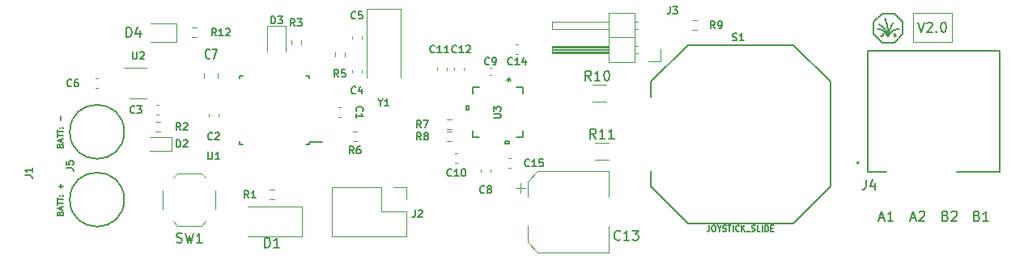
<source format=gbr>
%TF.GenerationSoftware,KiCad,Pcbnew,5.1.8-db9833491~88~ubuntu20.04.1*%
%TF.CreationDate,2020-12-21T09:27:26-06:00*%
%TF.ProjectId,main,6d61696e-2e6b-4696-9361-645f70636258,rev?*%
%TF.SameCoordinates,Original*%
%TF.FileFunction,Legend,Top*%
%TF.FilePolarity,Positive*%
%FSLAX46Y46*%
G04 Gerber Fmt 4.6, Leading zero omitted, Abs format (unit mm)*
G04 Created by KiCad (PCBNEW 5.1.8-db9833491~88~ubuntu20.04.1) date 2020-12-21 09:27:26*
%MOMM*%
%LPD*%
G01*
G04 APERTURE LIST*
%ADD10C,0.120000*%
%ADD11C,0.135000*%
%ADD12C,0.150000*%
%ADD13C,0.127000*%
%ADD14C,0.200000*%
%ADD15C,0.203200*%
%ADD16C,0.152400*%
G04 APERTURE END LIST*
D10*
X108458000Y-18288000D02*
X108458000Y-15240000D01*
X112522000Y-18288000D02*
X108458000Y-18288000D01*
X112522000Y-15240000D02*
X112522000Y-18288000D01*
X108458000Y-15240000D02*
X112522000Y-15240000D01*
D11*
X106682281Y-17666825D02*
X106566904Y-17501204D01*
X106080630Y-17336255D02*
X105994501Y-17455076D01*
X105994501Y-17455076D02*
X105915641Y-17578067D01*
X105915641Y-17578067D02*
X105864952Y-17661143D01*
X106395982Y-17047608D02*
X106276748Y-17132300D01*
X106276748Y-17132300D02*
X106168786Y-17233815D01*
X106168786Y-17233815D02*
X106080630Y-17336255D01*
X106998879Y-16863524D02*
X106859954Y-16889673D01*
X106859954Y-16889673D02*
X106723152Y-16920080D01*
X106723152Y-16920080D02*
X106590596Y-16959002D01*
X106590596Y-16959002D02*
X106464410Y-17010696D01*
X106464410Y-17010696D02*
X106395982Y-17047608D01*
X105970403Y-17174191D02*
X105937398Y-17311037D01*
X105937398Y-17311037D02*
X105908318Y-17448480D01*
X105908318Y-17448480D02*
X105881628Y-17586288D01*
X105881628Y-17586288D02*
X105867268Y-17662919D01*
X106149850Y-16688929D02*
X106087815Y-16820201D01*
X106087815Y-16820201D02*
X106035644Y-16956359D01*
X106035644Y-16956359D02*
X105991769Y-17095841D01*
X105991769Y-17095841D02*
X105970403Y-17174191D01*
X106480363Y-16210535D02*
X106390605Y-16326111D01*
X106390605Y-16326111D02*
X106303700Y-16443295D01*
X106303700Y-16443295D02*
X106222497Y-16563698D01*
X106222497Y-16563698D02*
X106149850Y-16688929D01*
X105716255Y-16355129D02*
X105671388Y-16208793D01*
X105671388Y-16208793D02*
X105621587Y-16064049D01*
X105621587Y-16064049D02*
X105568497Y-15920367D01*
X105568497Y-15920367D02*
X105513763Y-15777215D01*
X105832582Y-16979821D02*
X105817036Y-16841573D01*
X105817036Y-16841573D02*
X105795908Y-16703949D01*
X105795908Y-16703949D02*
X105769241Y-16567264D01*
X105769241Y-16567264D02*
X105737081Y-16431833D01*
X105737081Y-16431833D02*
X105716255Y-16355129D01*
X105850072Y-17658168D02*
X105850901Y-17509525D01*
X105850901Y-17509525D02*
X105850326Y-17360960D01*
X105850326Y-17360960D02*
X105846944Y-17212547D01*
X105846944Y-17212547D02*
X105839351Y-17064364D01*
X105839351Y-17064364D02*
X105832582Y-16979821D01*
X105660574Y-17141677D02*
X105715423Y-17268325D01*
X105715423Y-17268325D02*
X105763865Y-17397095D01*
X105763865Y-17397095D02*
X105808036Y-17527278D01*
X105808036Y-17527278D02*
X105850072Y-17658168D01*
X105365492Y-16702759D02*
X105463317Y-16814264D01*
X105463317Y-16814264D02*
X105549122Y-16936650D01*
X105549122Y-16936650D02*
X105623700Y-17066955D01*
X105623700Y-17066955D02*
X105660574Y-17141677D01*
X104918524Y-16375430D02*
X105037209Y-16449759D01*
X105037209Y-16449759D02*
X105153118Y-16527090D01*
X105153118Y-16527090D02*
X105263471Y-16610423D01*
X105263471Y-16610423D02*
X105365492Y-16702759D01*
X105523768Y-17244736D02*
X105621480Y-17358383D01*
X105621480Y-17358383D02*
X105712387Y-17475811D01*
X105712387Y-17475811D02*
X105799151Y-17595539D01*
X105799151Y-17595539D02*
X105846544Y-17662505D01*
X105154904Y-16961711D02*
X105281250Y-17030261D01*
X105281250Y-17030261D02*
X105397304Y-17119798D01*
X105397304Y-17119798D02*
X105503623Y-17223071D01*
X105503623Y-17223071D02*
X105523768Y-17244736D01*
X104714332Y-16879634D02*
X104856861Y-16892657D01*
X104856861Y-16892657D02*
X104996241Y-16913879D01*
X104996241Y-16913879D02*
X105129321Y-16951498D01*
X105129321Y-16951498D02*
X105154904Y-16961711D01*
X106502209Y-17565371D02*
X106666261Y-17401845D01*
X106502209Y-17292678D02*
X106502212Y-17666825D01*
X105126448Y-17592407D02*
X105125026Y-17583497D01*
X105128770Y-17600867D02*
X105126448Y-17592407D01*
X105131839Y-17609105D02*
X105128770Y-17600867D01*
X105135808Y-17616890D02*
X105131839Y-17609105D01*
X105140524Y-17624228D02*
X105135808Y-17616890D01*
X105145765Y-17630969D02*
X105140524Y-17624228D01*
X105151531Y-17637182D02*
X105145765Y-17630969D01*
X105157822Y-17642799D02*
X105151531Y-17637182D01*
X105164635Y-17647739D02*
X105157822Y-17642799D01*
X105171898Y-17652080D02*
X105164635Y-17647739D01*
X105179533Y-17655752D02*
X105171898Y-17652080D01*
X105187621Y-17658818D02*
X105179533Y-17655752D01*
X105196006Y-17661152D02*
X105187621Y-17658818D01*
X105204541Y-17662484D02*
X105196006Y-17661152D01*
X105213301Y-17663084D02*
X105204541Y-17662484D01*
X105222286Y-17662718D02*
X105213301Y-17663084D01*
X105222286Y-17662718D02*
X105222286Y-17662718D01*
X105231196Y-17661518D02*
X105222286Y-17662718D01*
X105239734Y-17659484D02*
X105231196Y-17661518D01*
X105247969Y-17656718D02*
X105239734Y-17659484D01*
X105255907Y-17653124D02*
X105247969Y-17656718D01*
X105263467Y-17648856D02*
X105255907Y-17653124D01*
X105270430Y-17643914D02*
X105263467Y-17648856D01*
X105276946Y-17638524D02*
X105270430Y-17643914D01*
X105282859Y-17632457D02*
X105276946Y-17638524D01*
X105288175Y-17625869D02*
X105282859Y-17632457D01*
X105292894Y-17618753D02*
X105288175Y-17625869D01*
X105296863Y-17611193D02*
X105292894Y-17618753D01*
X105300154Y-17603180D02*
X105296863Y-17611193D01*
X105302776Y-17594798D02*
X105300154Y-17603180D01*
X105304498Y-17586260D02*
X105302776Y-17594798D01*
X105305473Y-17577500D02*
X105304498Y-17586260D01*
X105305605Y-17568515D02*
X105305473Y-17577500D01*
X105305605Y-17568515D02*
X105305605Y-17568515D01*
X105305602Y-17292156D02*
X105305605Y-17568515D01*
X105305620Y-17292161D02*
X105305602Y-17292156D01*
X104317411Y-16159325D02*
X104317411Y-17434169D01*
X105218863Y-15257876D02*
X104317411Y-16159325D01*
X106493704Y-15257876D02*
X105218863Y-15257876D01*
X107395156Y-16159325D02*
X106493704Y-15257876D01*
X107395156Y-17434169D02*
X107395156Y-16159325D01*
X106493704Y-18335618D02*
X107395156Y-17434169D01*
X105218863Y-18335618D02*
X106493704Y-18335618D01*
X104317411Y-17434169D02*
X105218863Y-18335618D01*
D12*
X108966190Y-16216380D02*
X109299523Y-17216380D01*
X109632857Y-16216380D01*
X109918571Y-16311619D02*
X109966190Y-16264000D01*
X110061428Y-16216380D01*
X110299523Y-16216380D01*
X110394761Y-16264000D01*
X110442380Y-16311619D01*
X110490000Y-16406857D01*
X110490000Y-16502095D01*
X110442380Y-16644952D01*
X109870952Y-17216380D01*
X110490000Y-17216380D01*
X110918571Y-17121142D02*
X110966190Y-17168761D01*
X110918571Y-17216380D01*
X110870952Y-17168761D01*
X110918571Y-17121142D01*
X110918571Y-17216380D01*
X111585238Y-16216380D02*
X111680476Y-16216380D01*
X111775714Y-16264000D01*
X111823333Y-16311619D01*
X111870952Y-16406857D01*
X111918571Y-16597333D01*
X111918571Y-16835428D01*
X111870952Y-17025904D01*
X111823333Y-17121142D01*
X111775714Y-17168761D01*
X111680476Y-17216380D01*
X111585238Y-17216380D01*
X111490000Y-17168761D01*
X111442380Y-17121142D01*
X111394761Y-17025904D01*
X111347142Y-16835428D01*
X111347142Y-16597333D01*
X111394761Y-16406857D01*
X111442380Y-16311619D01*
X111490000Y-16264000D01*
X111585238Y-16216380D01*
X115165238Y-36504571D02*
X115308095Y-36552190D01*
X115355714Y-36599809D01*
X115403333Y-36695047D01*
X115403333Y-36837904D01*
X115355714Y-36933142D01*
X115308095Y-36980761D01*
X115212857Y-37028380D01*
X114831904Y-37028380D01*
X114831904Y-36028380D01*
X115165238Y-36028380D01*
X115260476Y-36076000D01*
X115308095Y-36123619D01*
X115355714Y-36218857D01*
X115355714Y-36314095D01*
X115308095Y-36409333D01*
X115260476Y-36456952D01*
X115165238Y-36504571D01*
X114831904Y-36504571D01*
X116355714Y-37028380D02*
X115784285Y-37028380D01*
X116070000Y-37028380D02*
X116070000Y-36028380D01*
X115974761Y-36171238D01*
X115879523Y-36266476D01*
X115784285Y-36314095D01*
X111863238Y-36504571D02*
X112006095Y-36552190D01*
X112053714Y-36599809D01*
X112101333Y-36695047D01*
X112101333Y-36837904D01*
X112053714Y-36933142D01*
X112006095Y-36980761D01*
X111910857Y-37028380D01*
X111529904Y-37028380D01*
X111529904Y-36028380D01*
X111863238Y-36028380D01*
X111958476Y-36076000D01*
X112006095Y-36123619D01*
X112053714Y-36218857D01*
X112053714Y-36314095D01*
X112006095Y-36409333D01*
X111958476Y-36456952D01*
X111863238Y-36504571D01*
X111529904Y-36504571D01*
X112482285Y-36123619D02*
X112529904Y-36076000D01*
X112625142Y-36028380D01*
X112863238Y-36028380D01*
X112958476Y-36076000D01*
X113006095Y-36123619D01*
X113053714Y-36218857D01*
X113053714Y-36314095D01*
X113006095Y-36456952D01*
X112434666Y-37028380D01*
X113053714Y-37028380D01*
X108251714Y-36742666D02*
X108727904Y-36742666D01*
X108156476Y-37028380D02*
X108489809Y-36028380D01*
X108823142Y-37028380D01*
X109108857Y-36123619D02*
X109156476Y-36076000D01*
X109251714Y-36028380D01*
X109489809Y-36028380D01*
X109585047Y-36076000D01*
X109632666Y-36123619D01*
X109680285Y-36218857D01*
X109680285Y-36314095D01*
X109632666Y-36456952D01*
X109061238Y-37028380D01*
X109680285Y-37028380D01*
X104949714Y-36742666D02*
X105425904Y-36742666D01*
X104854476Y-37028380D02*
X105187809Y-36028380D01*
X105521142Y-37028380D01*
X106378285Y-37028380D02*
X105806857Y-37028380D01*
X106092571Y-37028380D02*
X106092571Y-36028380D01*
X105997333Y-36171238D01*
X105902095Y-36266476D01*
X105806857Y-36314095D01*
D10*
%TO.C,SW1*%
X31516000Y-32048000D02*
X34016000Y-32048000D01*
X30016000Y-33798000D02*
X30016000Y-35798000D01*
X31516000Y-37548000D02*
X34016000Y-37548000D01*
X35516000Y-33798000D02*
X35516000Y-35798000D01*
X31066000Y-32498000D02*
X31516000Y-32048000D01*
X34466000Y-32498000D02*
X34016000Y-32048000D01*
X34466000Y-37098000D02*
X34016000Y-37548000D01*
X31066000Y-37098000D02*
X31516000Y-37548000D01*
%TO.C,R11*%
X76673064Y-28808000D02*
X75218936Y-28808000D01*
X76673064Y-30628000D02*
X75218936Y-30628000D01*
%TO.C,R10*%
X76419064Y-22712000D02*
X74964936Y-22712000D01*
X76419064Y-24532000D02*
X74964936Y-24532000D01*
%TO.C,C13*%
X67390000Y-33058000D02*
X67390000Y-34058000D01*
X66890000Y-33558000D02*
X67890000Y-33558000D01*
X68130000Y-39263563D02*
X69194437Y-40328000D01*
X68130000Y-32872437D02*
X69194437Y-31808000D01*
X68130000Y-32872437D02*
X68130000Y-34558000D01*
X68130000Y-39263563D02*
X68130000Y-37578000D01*
X69194437Y-40328000D02*
X76650000Y-40328000D01*
X69194437Y-31808000D02*
X76650000Y-31808000D01*
X76650000Y-31808000D02*
X76650000Y-34558000D01*
X76650000Y-40328000D02*
X76650000Y-37578000D01*
%TO.C,C9*%
X64369836Y-20976000D02*
X64154164Y-20976000D01*
X64369836Y-21696000D02*
X64154164Y-21696000D01*
%TO.C,C7*%
X35787000Y-22105252D02*
X35787000Y-21582748D01*
X34317000Y-22105252D02*
X34317000Y-21582748D01*
D13*
%TO.C,J4*%
X117496000Y-19166000D02*
X117496000Y-31926000D01*
D14*
X102796000Y-30936000D02*
G75*
G03*
X102796000Y-30936000I-100000J0D01*
G01*
D13*
X103696000Y-31926000D02*
X103696000Y-19166000D01*
X117496000Y-31926000D02*
X113021000Y-31926000D01*
X103696000Y-19166000D02*
X117496000Y-19166000D01*
X105651000Y-31926000D02*
X103696000Y-31926000D01*
D10*
%TO.C,D4*%
X31403000Y-16312000D02*
X28718000Y-16312000D01*
X31403000Y-18232000D02*
X31403000Y-16312000D01*
X28718000Y-18232000D02*
X31403000Y-18232000D01*
%TO.C,D3*%
X40950000Y-16603000D02*
X40950000Y-19288000D01*
X42870000Y-16603000D02*
X40950000Y-16603000D01*
X42870000Y-19288000D02*
X42870000Y-16603000D01*
%TO.C,D1*%
X44587000Y-35499000D02*
X38902000Y-35499000D01*
X44587000Y-38669000D02*
X44587000Y-35499000D01*
X38902000Y-38669000D02*
X44587000Y-38669000D01*
%TO.C,Y1*%
X54886000Y-22004000D02*
X54886000Y-14754000D01*
X54886000Y-14754000D02*
X51286000Y-14754000D01*
X51286000Y-14754000D02*
X51286000Y-22004000D01*
D13*
%TO.C,J5*%
X25953720Y-27686000D02*
G75*
G03*
X25953720Y-27686000I-2839720J0D01*
G01*
%TO.C,J1*%
X25953720Y-34798000D02*
G75*
G03*
X25953720Y-34798000I-2839720J0D01*
G01*
D15*
%TO.C,S1*%
X99799140Y-33439100D02*
X99799140Y-22440900D01*
X95923100Y-18564860D02*
X84924900Y-18564860D01*
X95923100Y-18564860D02*
X99799140Y-22440900D01*
X95923100Y-37315140D02*
X84924900Y-37315140D01*
X95923100Y-37315140D02*
X99799140Y-33439100D01*
X81048860Y-22440900D02*
X84924900Y-18564860D01*
X81048860Y-33439100D02*
X84924900Y-37315140D01*
X81048860Y-24043640D02*
X81048860Y-22440900D01*
X81048860Y-33439100D02*
X81048860Y-31836360D01*
D10*
%TO.C,R1*%
X41639258Y-34812500D02*
X41164742Y-34812500D01*
X41639258Y-33767500D02*
X41164742Y-33767500D01*
%TO.C,R12*%
X33511258Y-17794500D02*
X33036742Y-17794500D01*
X33511258Y-16749500D02*
X33036742Y-16749500D01*
%TO.C,D2*%
X28664000Y-29691000D02*
X30949000Y-29691000D01*
X30949000Y-29691000D02*
X30949000Y-28221000D01*
X30949000Y-28221000D02*
X28664000Y-28221000D01*
D16*
%TO.C,U3*%
X62395100Y-23025100D02*
X62395100Y-23694260D01*
X62395100Y-28282900D02*
X63064260Y-28282900D01*
X67652900Y-28282900D02*
X67652900Y-27613740D01*
X67652900Y-23025100D02*
X66983740Y-23025100D01*
X63064260Y-23025100D02*
X62395100Y-23025100D01*
X62395100Y-27613740D02*
X62395100Y-28282900D01*
X66983740Y-28282900D02*
X67652900Y-28282900D01*
X67652900Y-23694260D02*
X67652900Y-23025100D01*
X61963300Y-24963501D02*
X61709300Y-24963501D01*
X61709300Y-24963501D02*
X61709300Y-25344501D01*
X61709300Y-25344501D02*
X61963300Y-25344501D01*
X61963300Y-25344501D02*
X61963300Y-24963501D01*
X66214501Y-28968700D02*
X65833501Y-28968700D01*
X65833501Y-28968700D02*
X65833501Y-28714700D01*
X65833501Y-28714700D02*
X66214501Y-28714700D01*
X66214501Y-28714700D02*
X66214501Y-28968700D01*
D10*
%TO.C,U2*%
X26532000Y-24216000D02*
X28332000Y-24216000D01*
X28332000Y-20996000D02*
X25882000Y-20996000D01*
D12*
%TO.C,U1*%
X45281000Y-29025000D02*
X45281000Y-28800000D01*
X38031000Y-29025000D02*
X38031000Y-28700000D01*
X38031000Y-21775000D02*
X38031000Y-22100000D01*
X45281000Y-21775000D02*
X45281000Y-22100000D01*
X45281000Y-29025000D02*
X44956000Y-29025000D01*
X45281000Y-21775000D02*
X44956000Y-21775000D01*
X38031000Y-21775000D02*
X38356000Y-21775000D01*
X38031000Y-29025000D02*
X38356000Y-29025000D01*
X45281000Y-28800000D02*
X46706000Y-28800000D01*
D10*
%TO.C,R9*%
X85360742Y-15987500D02*
X85835258Y-15987500D01*
X85360742Y-17032500D02*
X85835258Y-17032500D01*
%TO.C,R8*%
X60181258Y-28716500D02*
X59706742Y-28716500D01*
X60181258Y-27671500D02*
X59706742Y-27671500D01*
%TO.C,R7*%
X59706742Y-26401500D02*
X60181258Y-26401500D01*
X59706742Y-27446500D02*
X60181258Y-27446500D01*
%TO.C,R6*%
X50338258Y-28716500D02*
X49863742Y-28716500D01*
X50338258Y-27671500D02*
X49863742Y-27671500D01*
%TO.C,R5*%
X47991500Y-19795258D02*
X47991500Y-19320742D01*
X49036500Y-19795258D02*
X49036500Y-19320742D01*
%TO.C,R3*%
X43419500Y-18525258D02*
X43419500Y-18050742D01*
X44464500Y-18525258D02*
X44464500Y-18050742D01*
%TO.C,R2*%
X29226742Y-26655500D02*
X29701258Y-26655500D01*
X29226742Y-27700500D02*
X29701258Y-27700500D01*
%TO.C,J3*%
X79332000Y-20380000D02*
X79332000Y-15180000D01*
X79332000Y-15180000D02*
X76672000Y-15180000D01*
X76672000Y-15180000D02*
X76672000Y-20380000D01*
X76672000Y-20380000D02*
X79332000Y-20380000D01*
X76672000Y-19430000D02*
X70672000Y-19430000D01*
X70672000Y-19430000D02*
X70672000Y-18670000D01*
X70672000Y-18670000D02*
X76672000Y-18670000D01*
X76672000Y-19370000D02*
X70672000Y-19370000D01*
X76672000Y-19250000D02*
X70672000Y-19250000D01*
X76672000Y-19130000D02*
X70672000Y-19130000D01*
X76672000Y-19010000D02*
X70672000Y-19010000D01*
X76672000Y-18890000D02*
X70672000Y-18890000D01*
X76672000Y-18770000D02*
X70672000Y-18770000D01*
X79662000Y-19430000D02*
X79332000Y-19430000D01*
X79662000Y-18670000D02*
X79332000Y-18670000D01*
X79332000Y-17780000D02*
X76672000Y-17780000D01*
X76672000Y-16890000D02*
X70672000Y-16890000D01*
X70672000Y-16890000D02*
X70672000Y-16130000D01*
X70672000Y-16130000D02*
X76672000Y-16130000D01*
X79729071Y-16890000D02*
X79332000Y-16890000D01*
X79729071Y-16130000D02*
X79332000Y-16130000D01*
X82042000Y-19050000D02*
X82042000Y-20320000D01*
X82042000Y-20320000D02*
X80772000Y-20320000D01*
%TO.C,J2*%
X47692000Y-33468000D02*
X47692000Y-38668000D01*
X52832000Y-33468000D02*
X47692000Y-33468000D01*
X55432000Y-38668000D02*
X47692000Y-38668000D01*
X52832000Y-33468000D02*
X52832000Y-36068000D01*
X52832000Y-36068000D02*
X55432000Y-36068000D01*
X55432000Y-36068000D02*
X55432000Y-38668000D01*
X54102000Y-33468000D02*
X55432000Y-33468000D01*
X55432000Y-33468000D02*
X55432000Y-34798000D01*
%TO.C,C15*%
X66434580Y-31498000D02*
X66153420Y-31498000D01*
X66434580Y-30478000D02*
X66153420Y-30478000D01*
%TO.C,C14*%
X66915420Y-18540000D02*
X67196580Y-18540000D01*
X66915420Y-19560000D02*
X67196580Y-19560000D01*
%TO.C,C12*%
X61470000Y-20941420D02*
X61470000Y-21222580D01*
X60450000Y-20941420D02*
X60450000Y-21222580D01*
%TO.C,C11*%
X58672000Y-21222580D02*
X58672000Y-20941420D01*
X59692000Y-21222580D02*
X59692000Y-20941420D01*
%TO.C,C10*%
X60846580Y-30990000D02*
X60565420Y-30990000D01*
X60846580Y-29970000D02*
X60565420Y-29970000D01*
%TO.C,C8*%
X64264000Y-31609420D02*
X64264000Y-31890580D01*
X63244000Y-31609420D02*
X63244000Y-31890580D01*
%TO.C,C6*%
X22973420Y-22096000D02*
X23254580Y-22096000D01*
X22973420Y-23116000D02*
X23254580Y-23116000D01*
%TO.C,C5*%
X49782000Y-17920580D02*
X49782000Y-17639420D01*
X50802000Y-17920580D02*
X50802000Y-17639420D01*
%TO.C,C4*%
X50802000Y-21195420D02*
X50802000Y-21476580D01*
X49782000Y-21195420D02*
X49782000Y-21476580D01*
%TO.C,C3*%
X29323420Y-24890000D02*
X29604580Y-24890000D01*
X29323420Y-25910000D02*
X29604580Y-25910000D01*
%TO.C,C2*%
X35816000Y-25767420D02*
X35816000Y-26048580D01*
X34796000Y-25767420D02*
X34796000Y-26048580D01*
%TO.C,C1*%
X48373420Y-25144000D02*
X48654580Y-25144000D01*
X48373420Y-26164000D02*
X48654580Y-26164000D01*
%TO.C,SW1*%
D12*
X31432666Y-39266761D02*
X31575523Y-39314380D01*
X31813619Y-39314380D01*
X31908857Y-39266761D01*
X31956476Y-39219142D01*
X32004095Y-39123904D01*
X32004095Y-39028666D01*
X31956476Y-38933428D01*
X31908857Y-38885809D01*
X31813619Y-38838190D01*
X31623142Y-38790571D01*
X31527904Y-38742952D01*
X31480285Y-38695333D01*
X31432666Y-38600095D01*
X31432666Y-38504857D01*
X31480285Y-38409619D01*
X31527904Y-38362000D01*
X31623142Y-38314380D01*
X31861238Y-38314380D01*
X32004095Y-38362000D01*
X32337428Y-38314380D02*
X32575523Y-39314380D01*
X32766000Y-38600095D01*
X32956476Y-39314380D01*
X33194571Y-38314380D01*
X34099333Y-39314380D02*
X33527904Y-39314380D01*
X33813619Y-39314380D02*
X33813619Y-38314380D01*
X33718380Y-38457238D01*
X33623142Y-38552476D01*
X33527904Y-38600095D01*
%TO.C,R11*%
X75303142Y-28392380D02*
X74969809Y-27916190D01*
X74731714Y-28392380D02*
X74731714Y-27392380D01*
X75112666Y-27392380D01*
X75207904Y-27440000D01*
X75255523Y-27487619D01*
X75303142Y-27582857D01*
X75303142Y-27725714D01*
X75255523Y-27820952D01*
X75207904Y-27868571D01*
X75112666Y-27916190D01*
X74731714Y-27916190D01*
X76255523Y-28392380D02*
X75684095Y-28392380D01*
X75969809Y-28392380D02*
X75969809Y-27392380D01*
X75874571Y-27535238D01*
X75779333Y-27630476D01*
X75684095Y-27678095D01*
X77207904Y-28392380D02*
X76636476Y-28392380D01*
X76922190Y-28392380D02*
X76922190Y-27392380D01*
X76826952Y-27535238D01*
X76731714Y-27630476D01*
X76636476Y-27678095D01*
%TO.C,R10*%
X74795142Y-22296380D02*
X74461809Y-21820190D01*
X74223714Y-22296380D02*
X74223714Y-21296380D01*
X74604666Y-21296380D01*
X74699904Y-21344000D01*
X74747523Y-21391619D01*
X74795142Y-21486857D01*
X74795142Y-21629714D01*
X74747523Y-21724952D01*
X74699904Y-21772571D01*
X74604666Y-21820190D01*
X74223714Y-21820190D01*
X75747523Y-22296380D02*
X75176095Y-22296380D01*
X75461809Y-22296380D02*
X75461809Y-21296380D01*
X75366571Y-21439238D01*
X75271333Y-21534476D01*
X75176095Y-21582095D01*
X76366571Y-21296380D02*
X76461809Y-21296380D01*
X76557047Y-21344000D01*
X76604666Y-21391619D01*
X76652285Y-21486857D01*
X76699904Y-21677333D01*
X76699904Y-21915428D01*
X76652285Y-22105904D01*
X76604666Y-22201142D01*
X76557047Y-22248761D01*
X76461809Y-22296380D01*
X76366571Y-22296380D01*
X76271333Y-22248761D01*
X76223714Y-22201142D01*
X76176095Y-22105904D01*
X76128476Y-21915428D01*
X76128476Y-21677333D01*
X76176095Y-21486857D01*
X76223714Y-21391619D01*
X76271333Y-21344000D01*
X76366571Y-21296380D01*
%TO.C,C13*%
X77843142Y-38965142D02*
X77795523Y-39012761D01*
X77652666Y-39060380D01*
X77557428Y-39060380D01*
X77414571Y-39012761D01*
X77319333Y-38917523D01*
X77271714Y-38822285D01*
X77224095Y-38631809D01*
X77224095Y-38488952D01*
X77271714Y-38298476D01*
X77319333Y-38203238D01*
X77414571Y-38108000D01*
X77557428Y-38060380D01*
X77652666Y-38060380D01*
X77795523Y-38108000D01*
X77843142Y-38155619D01*
X78795523Y-39060380D02*
X78224095Y-39060380D01*
X78509809Y-39060380D02*
X78509809Y-38060380D01*
X78414571Y-38203238D01*
X78319333Y-38298476D01*
X78224095Y-38346095D01*
X79128857Y-38060380D02*
X79747904Y-38060380D01*
X79414571Y-38441333D01*
X79557428Y-38441333D01*
X79652666Y-38488952D01*
X79700285Y-38536571D01*
X79747904Y-38631809D01*
X79747904Y-38869904D01*
X79700285Y-38965142D01*
X79652666Y-39012761D01*
X79557428Y-39060380D01*
X79271714Y-39060380D01*
X79176476Y-39012761D01*
X79128857Y-38965142D01*
%TO.C,C9*%
X64135000Y-20592142D02*
X64098714Y-20628428D01*
X63989857Y-20664714D01*
X63917285Y-20664714D01*
X63808428Y-20628428D01*
X63735857Y-20555857D01*
X63699571Y-20483285D01*
X63663285Y-20338142D01*
X63663285Y-20229285D01*
X63699571Y-20084142D01*
X63735857Y-20011571D01*
X63808428Y-19939000D01*
X63917285Y-19902714D01*
X63989857Y-19902714D01*
X64098714Y-19939000D01*
X64135000Y-19975285D01*
X64497857Y-20664714D02*
X64643000Y-20664714D01*
X64715571Y-20628428D01*
X64751857Y-20592142D01*
X64824428Y-20483285D01*
X64860714Y-20338142D01*
X64860714Y-20047857D01*
X64824428Y-19975285D01*
X64788142Y-19939000D01*
X64715571Y-19902714D01*
X64570428Y-19902714D01*
X64497857Y-19939000D01*
X64461571Y-19975285D01*
X64425285Y-20047857D01*
X64425285Y-20229285D01*
X64461571Y-20301857D01*
X64497857Y-20338142D01*
X64570428Y-20374428D01*
X64715571Y-20374428D01*
X64788142Y-20338142D01*
X64824428Y-20301857D01*
X64860714Y-20229285D01*
%TO.C,C7*%
X34925000Y-19911785D02*
X34888714Y-19958957D01*
X34779857Y-20006128D01*
X34707285Y-20006128D01*
X34598428Y-19958957D01*
X34525857Y-19864614D01*
X34489571Y-19770271D01*
X34453285Y-19581585D01*
X34453285Y-19440071D01*
X34489571Y-19251385D01*
X34525857Y-19157042D01*
X34598428Y-19062700D01*
X34707285Y-19015528D01*
X34779857Y-19015528D01*
X34888714Y-19062700D01*
X34925000Y-19109871D01*
X35179000Y-19015528D02*
X35687000Y-19015528D01*
X35360428Y-20006128D01*
%TO.C,J4*%
X103552666Y-32726380D02*
X103552666Y-33440666D01*
X103505047Y-33583523D01*
X103409809Y-33678761D01*
X103266952Y-33726380D01*
X103171714Y-33726380D01*
X104457428Y-33059714D02*
X104457428Y-33726380D01*
X104219333Y-32678761D02*
X103981238Y-33393047D01*
X104600285Y-33393047D01*
%TO.C,D4*%
X26185904Y-17724380D02*
X26185904Y-16724380D01*
X26424000Y-16724380D01*
X26566857Y-16772000D01*
X26662095Y-16867238D01*
X26709714Y-16962476D01*
X26757333Y-17152952D01*
X26757333Y-17295809D01*
X26709714Y-17486285D01*
X26662095Y-17581523D01*
X26566857Y-17676761D01*
X26424000Y-17724380D01*
X26185904Y-17724380D01*
X27614476Y-17057714D02*
X27614476Y-17724380D01*
X27376380Y-16676761D02*
X27138285Y-17391047D01*
X27757333Y-17391047D01*
%TO.C,D3*%
X41347571Y-16346714D02*
X41347571Y-15584714D01*
X41529000Y-15584714D01*
X41637857Y-15621000D01*
X41710428Y-15693571D01*
X41746714Y-15766142D01*
X41783000Y-15911285D01*
X41783000Y-16020142D01*
X41746714Y-16165285D01*
X41710428Y-16237857D01*
X41637857Y-16310428D01*
X41529000Y-16346714D01*
X41347571Y-16346714D01*
X42037000Y-15584714D02*
X42508714Y-15584714D01*
X42254714Y-15875000D01*
X42363571Y-15875000D01*
X42436142Y-15911285D01*
X42472428Y-15947571D01*
X42508714Y-16020142D01*
X42508714Y-16201571D01*
X42472428Y-16274142D01*
X42436142Y-16310428D01*
X42363571Y-16346714D01*
X42145857Y-16346714D01*
X42073285Y-16310428D01*
X42037000Y-16274142D01*
%TO.C,D1*%
X40663904Y-39816380D02*
X40663904Y-38816380D01*
X40902000Y-38816380D01*
X41044857Y-38864000D01*
X41140095Y-38959238D01*
X41187714Y-39054476D01*
X41235333Y-39244952D01*
X41235333Y-39387809D01*
X41187714Y-39578285D01*
X41140095Y-39673523D01*
X41044857Y-39768761D01*
X40902000Y-39816380D01*
X40663904Y-39816380D01*
X42187714Y-39816380D02*
X41616285Y-39816380D01*
X41902000Y-39816380D02*
X41902000Y-38816380D01*
X41806761Y-38959238D01*
X41711523Y-39054476D01*
X41616285Y-39102095D01*
%TO.C,Y1*%
D13*
X52723142Y-24619857D02*
X52723142Y-24982714D01*
X52469142Y-24220714D02*
X52723142Y-24619857D01*
X52977142Y-24220714D01*
X53630285Y-24982714D02*
X53194857Y-24982714D01*
X53412571Y-24982714D02*
X53412571Y-24220714D01*
X53340000Y-24329571D01*
X53267428Y-24402142D01*
X53194857Y-24438428D01*
%TO.C,J5*%
X19902714Y-31496000D02*
X20447000Y-31496000D01*
X20555857Y-31532285D01*
X20628428Y-31604857D01*
X20664714Y-31713714D01*
X20664714Y-31786285D01*
X19902714Y-30770285D02*
X19902714Y-31133142D01*
X20265571Y-31169428D01*
X20229285Y-31133142D01*
X20193000Y-31060571D01*
X20193000Y-30879142D01*
X20229285Y-30806571D01*
X20265571Y-30770285D01*
X20338142Y-30734000D01*
X20519571Y-30734000D01*
X20592142Y-30770285D01*
X20628428Y-30806571D01*
X20664714Y-30879142D01*
X20664714Y-31060571D01*
X20628428Y-31133142D01*
X20592142Y-31169428D01*
X19260457Y-29122914D02*
X19289485Y-29035828D01*
X19318514Y-29006800D01*
X19376571Y-28977771D01*
X19463657Y-28977771D01*
X19521714Y-29006800D01*
X19550742Y-29035828D01*
X19579771Y-29093885D01*
X19579771Y-29326114D01*
X18970171Y-29326114D01*
X18970171Y-29122914D01*
X18999200Y-29064857D01*
X19028228Y-29035828D01*
X19086285Y-29006800D01*
X19144342Y-29006800D01*
X19202400Y-29035828D01*
X19231428Y-29064857D01*
X19260457Y-29122914D01*
X19260457Y-29326114D01*
X19405600Y-28745542D02*
X19405600Y-28455257D01*
X19579771Y-28803600D02*
X18970171Y-28600400D01*
X19579771Y-28397200D01*
X18970171Y-28281085D02*
X18970171Y-27932742D01*
X19579771Y-28106914D02*
X18970171Y-28106914D01*
X18970171Y-27816628D02*
X18970171Y-27468285D01*
X19579771Y-27642457D02*
X18970171Y-27642457D01*
X19521714Y-27265085D02*
X19550742Y-27236057D01*
X19579771Y-27265085D01*
X19550742Y-27294114D01*
X19521714Y-27265085D01*
X19579771Y-27265085D01*
X19202400Y-27265085D02*
X19231428Y-27236057D01*
X19260457Y-27265085D01*
X19231428Y-27294114D01*
X19202400Y-27265085D01*
X19260457Y-27265085D01*
X19347542Y-26510342D02*
X19347542Y-26045885D01*
%TO.C,J1*%
X15584714Y-32258000D02*
X16129000Y-32258000D01*
X16237857Y-32294285D01*
X16310428Y-32366857D01*
X16346714Y-32475714D01*
X16346714Y-32548285D01*
X16346714Y-31496000D02*
X16346714Y-31931428D01*
X16346714Y-31713714D02*
X15584714Y-31713714D01*
X15693571Y-31786285D01*
X15766142Y-31858857D01*
X15802428Y-31931428D01*
X19260457Y-36234914D02*
X19289485Y-36147828D01*
X19318514Y-36118800D01*
X19376571Y-36089771D01*
X19463657Y-36089771D01*
X19521714Y-36118800D01*
X19550742Y-36147828D01*
X19579771Y-36205885D01*
X19579771Y-36438114D01*
X18970171Y-36438114D01*
X18970171Y-36234914D01*
X18999200Y-36176857D01*
X19028228Y-36147828D01*
X19086285Y-36118800D01*
X19144342Y-36118800D01*
X19202400Y-36147828D01*
X19231428Y-36176857D01*
X19260457Y-36234914D01*
X19260457Y-36438114D01*
X19405600Y-35857542D02*
X19405600Y-35567257D01*
X19579771Y-35915600D02*
X18970171Y-35712400D01*
X19579771Y-35509200D01*
X18970171Y-35393085D02*
X18970171Y-35044742D01*
X19579771Y-35218914D02*
X18970171Y-35218914D01*
X18970171Y-34928628D02*
X18970171Y-34580285D01*
X19579771Y-34754457D02*
X18970171Y-34754457D01*
X19521714Y-34377085D02*
X19550742Y-34348057D01*
X19579771Y-34377085D01*
X19550742Y-34406114D01*
X19521714Y-34377085D01*
X19579771Y-34377085D01*
X19202400Y-34377085D02*
X19231428Y-34348057D01*
X19260457Y-34377085D01*
X19231428Y-34406114D01*
X19202400Y-34377085D01*
X19260457Y-34377085D01*
X19347542Y-33622342D02*
X19347542Y-33157885D01*
X19579771Y-33390114D02*
X19115314Y-33390114D01*
%TO.C,S1*%
X89589428Y-18088428D02*
X89698285Y-18124714D01*
X89879714Y-18124714D01*
X89952285Y-18088428D01*
X89988571Y-18052142D01*
X90024857Y-17979571D01*
X90024857Y-17907000D01*
X89988571Y-17834428D01*
X89952285Y-17798142D01*
X89879714Y-17761857D01*
X89734571Y-17725571D01*
X89662000Y-17689285D01*
X89625714Y-17653000D01*
X89589428Y-17580428D01*
X89589428Y-17507857D01*
X89625714Y-17435285D01*
X89662000Y-17399000D01*
X89734571Y-17362714D01*
X89916000Y-17362714D01*
X90024857Y-17399000D01*
X90750571Y-18124714D02*
X90315142Y-18124714D01*
X90532857Y-18124714D02*
X90532857Y-17362714D01*
X90460285Y-17471571D01*
X90387714Y-17544142D01*
X90315142Y-17580428D01*
X87158285Y-37512171D02*
X87158285Y-37947600D01*
X87129257Y-38034685D01*
X87071200Y-38092742D01*
X86984114Y-38121771D01*
X86926057Y-38121771D01*
X87564685Y-37512171D02*
X87680800Y-37512171D01*
X87738857Y-37541200D01*
X87796914Y-37599257D01*
X87825942Y-37715371D01*
X87825942Y-37918571D01*
X87796914Y-38034685D01*
X87738857Y-38092742D01*
X87680800Y-38121771D01*
X87564685Y-38121771D01*
X87506628Y-38092742D01*
X87448571Y-38034685D01*
X87419542Y-37918571D01*
X87419542Y-37715371D01*
X87448571Y-37599257D01*
X87506628Y-37541200D01*
X87564685Y-37512171D01*
X88203314Y-37831485D02*
X88203314Y-38121771D01*
X88000114Y-37512171D02*
X88203314Y-37831485D01*
X88406514Y-37512171D01*
X88580685Y-38092742D02*
X88667771Y-38121771D01*
X88812914Y-38121771D01*
X88870971Y-38092742D01*
X88900000Y-38063714D01*
X88929028Y-38005657D01*
X88929028Y-37947600D01*
X88900000Y-37889542D01*
X88870971Y-37860514D01*
X88812914Y-37831485D01*
X88696800Y-37802457D01*
X88638742Y-37773428D01*
X88609714Y-37744400D01*
X88580685Y-37686342D01*
X88580685Y-37628285D01*
X88609714Y-37570228D01*
X88638742Y-37541200D01*
X88696800Y-37512171D01*
X88841942Y-37512171D01*
X88929028Y-37541200D01*
X89103200Y-37512171D02*
X89451542Y-37512171D01*
X89277371Y-38121771D02*
X89277371Y-37512171D01*
X89654742Y-38121771D02*
X89654742Y-37512171D01*
X90293371Y-38063714D02*
X90264342Y-38092742D01*
X90177257Y-38121771D01*
X90119200Y-38121771D01*
X90032114Y-38092742D01*
X89974057Y-38034685D01*
X89945028Y-37976628D01*
X89916000Y-37860514D01*
X89916000Y-37773428D01*
X89945028Y-37657314D01*
X89974057Y-37599257D01*
X90032114Y-37541200D01*
X90119200Y-37512171D01*
X90177257Y-37512171D01*
X90264342Y-37541200D01*
X90293371Y-37570228D01*
X90554628Y-38121771D02*
X90554628Y-37512171D01*
X90902971Y-38121771D02*
X90641714Y-37773428D01*
X90902971Y-37512171D02*
X90554628Y-37860514D01*
X91019085Y-38179828D02*
X91483542Y-38179828D01*
X91599657Y-38092742D02*
X91686742Y-38121771D01*
X91831885Y-38121771D01*
X91889942Y-38092742D01*
X91918971Y-38063714D01*
X91948000Y-38005657D01*
X91948000Y-37947600D01*
X91918971Y-37889542D01*
X91889942Y-37860514D01*
X91831885Y-37831485D01*
X91715771Y-37802457D01*
X91657714Y-37773428D01*
X91628685Y-37744400D01*
X91599657Y-37686342D01*
X91599657Y-37628285D01*
X91628685Y-37570228D01*
X91657714Y-37541200D01*
X91715771Y-37512171D01*
X91860914Y-37512171D01*
X91948000Y-37541200D01*
X92499542Y-38121771D02*
X92209257Y-38121771D01*
X92209257Y-37512171D01*
X92702742Y-38121771D02*
X92702742Y-37512171D01*
X92993028Y-38121771D02*
X92993028Y-37512171D01*
X93138171Y-37512171D01*
X93225257Y-37541200D01*
X93283314Y-37599257D01*
X93312342Y-37657314D01*
X93341371Y-37773428D01*
X93341371Y-37860514D01*
X93312342Y-37976628D01*
X93283314Y-38034685D01*
X93225257Y-38092742D01*
X93138171Y-38121771D01*
X92993028Y-38121771D01*
X93602628Y-37802457D02*
X93805828Y-37802457D01*
X93892914Y-38121771D02*
X93602628Y-38121771D01*
X93602628Y-37512171D01*
X93892914Y-37512171D01*
%TO.C,R1*%
X38989000Y-34634714D02*
X38735000Y-34271857D01*
X38553571Y-34634714D02*
X38553571Y-33872714D01*
X38843857Y-33872714D01*
X38916428Y-33909000D01*
X38952714Y-33945285D01*
X38989000Y-34017857D01*
X38989000Y-34126714D01*
X38952714Y-34199285D01*
X38916428Y-34235571D01*
X38843857Y-34271857D01*
X38553571Y-34271857D01*
X39714714Y-34634714D02*
X39279285Y-34634714D01*
X39497000Y-34634714D02*
X39497000Y-33872714D01*
X39424428Y-33981571D01*
X39351857Y-34054142D01*
X39279285Y-34090428D01*
%TO.C,R12*%
X35578142Y-17616714D02*
X35324142Y-17253857D01*
X35142714Y-17616714D02*
X35142714Y-16854714D01*
X35433000Y-16854714D01*
X35505571Y-16891000D01*
X35541857Y-16927285D01*
X35578142Y-16999857D01*
X35578142Y-17108714D01*
X35541857Y-17181285D01*
X35505571Y-17217571D01*
X35433000Y-17253857D01*
X35142714Y-17253857D01*
X36303857Y-17616714D02*
X35868428Y-17616714D01*
X36086142Y-17616714D02*
X36086142Y-16854714D01*
X36013571Y-16963571D01*
X35941000Y-17036142D01*
X35868428Y-17072428D01*
X36594142Y-16927285D02*
X36630428Y-16891000D01*
X36703000Y-16854714D01*
X36884428Y-16854714D01*
X36957000Y-16891000D01*
X36993285Y-16927285D01*
X37029571Y-16999857D01*
X37029571Y-17072428D01*
X36993285Y-17181285D01*
X36557857Y-17616714D01*
X37029571Y-17616714D01*
%TO.C,D2*%
X31441571Y-29300714D02*
X31441571Y-28538714D01*
X31623000Y-28538714D01*
X31731857Y-28575000D01*
X31804428Y-28647571D01*
X31840714Y-28720142D01*
X31877000Y-28865285D01*
X31877000Y-28974142D01*
X31840714Y-29119285D01*
X31804428Y-29191857D01*
X31731857Y-29264428D01*
X31623000Y-29300714D01*
X31441571Y-29300714D01*
X32167285Y-28611285D02*
X32203571Y-28575000D01*
X32276142Y-28538714D01*
X32457571Y-28538714D01*
X32530142Y-28575000D01*
X32566428Y-28611285D01*
X32602714Y-28683857D01*
X32602714Y-28756428D01*
X32566428Y-28865285D01*
X32131000Y-29300714D01*
X32602714Y-29300714D01*
%TO.C,U3*%
X64606714Y-26234571D02*
X65223571Y-26234571D01*
X65296142Y-26198285D01*
X65332428Y-26162000D01*
X65368714Y-26089428D01*
X65368714Y-25944285D01*
X65332428Y-25871714D01*
X65296142Y-25835428D01*
X65223571Y-25799142D01*
X64606714Y-25799142D01*
X64606714Y-25508857D02*
X64606714Y-25037142D01*
X64897000Y-25291142D01*
X64897000Y-25182285D01*
X64933285Y-25109714D01*
X64969571Y-25073428D01*
X65042142Y-25037142D01*
X65223571Y-25037142D01*
X65296142Y-25073428D01*
X65332428Y-25109714D01*
X65368714Y-25182285D01*
X65368714Y-25400000D01*
X65332428Y-25472571D01*
X65296142Y-25508857D01*
D12*
X65976380Y-22212300D02*
X66214476Y-22212300D01*
X66119238Y-22450395D02*
X66214476Y-22212300D01*
X66119238Y-21974204D01*
X66404952Y-22355157D02*
X66214476Y-22212300D01*
X66404952Y-22069442D01*
X65976380Y-22212300D02*
X66214476Y-22212300D01*
X66119238Y-22450395D02*
X66214476Y-22212300D01*
X66119238Y-21974204D01*
X66404952Y-22355157D02*
X66214476Y-22212300D01*
X66404952Y-22069442D01*
%TO.C,U2*%
D13*
X26851428Y-19288714D02*
X26851428Y-19905571D01*
X26887714Y-19978142D01*
X26924000Y-20014428D01*
X26996571Y-20050714D01*
X27141714Y-20050714D01*
X27214285Y-20014428D01*
X27250571Y-19978142D01*
X27286857Y-19905571D01*
X27286857Y-19288714D01*
X27613428Y-19361285D02*
X27649714Y-19325000D01*
X27722285Y-19288714D01*
X27903714Y-19288714D01*
X27976285Y-19325000D01*
X28012571Y-19361285D01*
X28048857Y-19433857D01*
X28048857Y-19506428D01*
X28012571Y-19615285D01*
X27577142Y-20050714D01*
X28048857Y-20050714D01*
%TO.C,U1*%
X34725428Y-29808714D02*
X34725428Y-30425571D01*
X34761714Y-30498142D01*
X34798000Y-30534428D01*
X34870571Y-30570714D01*
X35015714Y-30570714D01*
X35088285Y-30534428D01*
X35124571Y-30498142D01*
X35160857Y-30425571D01*
X35160857Y-29808714D01*
X35922857Y-30570714D02*
X35487428Y-30570714D01*
X35705142Y-30570714D02*
X35705142Y-29808714D01*
X35632571Y-29917571D01*
X35560000Y-29990142D01*
X35487428Y-30026428D01*
%TO.C,R9*%
X87757000Y-16854714D02*
X87503000Y-16491857D01*
X87321571Y-16854714D02*
X87321571Y-16092714D01*
X87611857Y-16092714D01*
X87684428Y-16129000D01*
X87720714Y-16165285D01*
X87757000Y-16237857D01*
X87757000Y-16346714D01*
X87720714Y-16419285D01*
X87684428Y-16455571D01*
X87611857Y-16491857D01*
X87321571Y-16491857D01*
X88119857Y-16854714D02*
X88265000Y-16854714D01*
X88337571Y-16818428D01*
X88373857Y-16782142D01*
X88446428Y-16673285D01*
X88482714Y-16528142D01*
X88482714Y-16237857D01*
X88446428Y-16165285D01*
X88410142Y-16129000D01*
X88337571Y-16092714D01*
X88192428Y-16092714D01*
X88119857Y-16129000D01*
X88083571Y-16165285D01*
X88047285Y-16237857D01*
X88047285Y-16419285D01*
X88083571Y-16491857D01*
X88119857Y-16528142D01*
X88192428Y-16564428D01*
X88337571Y-16564428D01*
X88410142Y-16528142D01*
X88446428Y-16491857D01*
X88482714Y-16419285D01*
%TO.C,R8*%
X57023000Y-28538714D02*
X56769000Y-28175857D01*
X56587571Y-28538714D02*
X56587571Y-27776714D01*
X56877857Y-27776714D01*
X56950428Y-27813000D01*
X56986714Y-27849285D01*
X57023000Y-27921857D01*
X57023000Y-28030714D01*
X56986714Y-28103285D01*
X56950428Y-28139571D01*
X56877857Y-28175857D01*
X56587571Y-28175857D01*
X57458428Y-28103285D02*
X57385857Y-28067000D01*
X57349571Y-28030714D01*
X57313285Y-27958142D01*
X57313285Y-27921857D01*
X57349571Y-27849285D01*
X57385857Y-27813000D01*
X57458428Y-27776714D01*
X57603571Y-27776714D01*
X57676142Y-27813000D01*
X57712428Y-27849285D01*
X57748714Y-27921857D01*
X57748714Y-27958142D01*
X57712428Y-28030714D01*
X57676142Y-28067000D01*
X57603571Y-28103285D01*
X57458428Y-28103285D01*
X57385857Y-28139571D01*
X57349571Y-28175857D01*
X57313285Y-28248428D01*
X57313285Y-28393571D01*
X57349571Y-28466142D01*
X57385857Y-28502428D01*
X57458428Y-28538714D01*
X57603571Y-28538714D01*
X57676142Y-28502428D01*
X57712428Y-28466142D01*
X57748714Y-28393571D01*
X57748714Y-28248428D01*
X57712428Y-28175857D01*
X57676142Y-28139571D01*
X57603571Y-28103285D01*
%TO.C,R7*%
X57023000Y-27268714D02*
X56769000Y-26905857D01*
X56587571Y-27268714D02*
X56587571Y-26506714D01*
X56877857Y-26506714D01*
X56950428Y-26543000D01*
X56986714Y-26579285D01*
X57023000Y-26651857D01*
X57023000Y-26760714D01*
X56986714Y-26833285D01*
X56950428Y-26869571D01*
X56877857Y-26905857D01*
X56587571Y-26905857D01*
X57277000Y-26506714D02*
X57785000Y-26506714D01*
X57458428Y-27268714D01*
%TO.C,R6*%
X49974000Y-29968714D02*
X49720000Y-29605857D01*
X49538571Y-29968714D02*
X49538571Y-29206714D01*
X49828857Y-29206714D01*
X49901428Y-29243000D01*
X49937714Y-29279285D01*
X49974000Y-29351857D01*
X49974000Y-29460714D01*
X49937714Y-29533285D01*
X49901428Y-29569571D01*
X49828857Y-29605857D01*
X49538571Y-29605857D01*
X50627142Y-29206714D02*
X50482000Y-29206714D01*
X50409428Y-29243000D01*
X50373142Y-29279285D01*
X50300571Y-29388142D01*
X50264285Y-29533285D01*
X50264285Y-29823571D01*
X50300571Y-29896142D01*
X50336857Y-29932428D01*
X50409428Y-29968714D01*
X50554571Y-29968714D01*
X50627142Y-29932428D01*
X50663428Y-29896142D01*
X50699714Y-29823571D01*
X50699714Y-29642142D01*
X50663428Y-29569571D01*
X50627142Y-29533285D01*
X50554571Y-29497000D01*
X50409428Y-29497000D01*
X50336857Y-29533285D01*
X50300571Y-29569571D01*
X50264285Y-29642142D01*
%TO.C,R5*%
X48387000Y-21934714D02*
X48133000Y-21571857D01*
X47951571Y-21934714D02*
X47951571Y-21172714D01*
X48241857Y-21172714D01*
X48314428Y-21209000D01*
X48350714Y-21245285D01*
X48387000Y-21317857D01*
X48387000Y-21426714D01*
X48350714Y-21499285D01*
X48314428Y-21535571D01*
X48241857Y-21571857D01*
X47951571Y-21571857D01*
X49076428Y-21172714D02*
X48713571Y-21172714D01*
X48677285Y-21535571D01*
X48713571Y-21499285D01*
X48786142Y-21463000D01*
X48967571Y-21463000D01*
X49040142Y-21499285D01*
X49076428Y-21535571D01*
X49112714Y-21608142D01*
X49112714Y-21789571D01*
X49076428Y-21862142D01*
X49040142Y-21898428D01*
X48967571Y-21934714D01*
X48786142Y-21934714D01*
X48713571Y-21898428D01*
X48677285Y-21862142D01*
%TO.C,R3*%
X43815000Y-16600714D02*
X43561000Y-16237857D01*
X43379571Y-16600714D02*
X43379571Y-15838714D01*
X43669857Y-15838714D01*
X43742428Y-15875000D01*
X43778714Y-15911285D01*
X43815000Y-15983857D01*
X43815000Y-16092714D01*
X43778714Y-16165285D01*
X43742428Y-16201571D01*
X43669857Y-16237857D01*
X43379571Y-16237857D01*
X44069000Y-15838714D02*
X44540714Y-15838714D01*
X44286714Y-16129000D01*
X44395571Y-16129000D01*
X44468142Y-16165285D01*
X44504428Y-16201571D01*
X44540714Y-16274142D01*
X44540714Y-16455571D01*
X44504428Y-16528142D01*
X44468142Y-16564428D01*
X44395571Y-16600714D01*
X44177857Y-16600714D01*
X44105285Y-16564428D01*
X44069000Y-16528142D01*
%TO.C,R2*%
X31877000Y-27522714D02*
X31623000Y-27159857D01*
X31441571Y-27522714D02*
X31441571Y-26760714D01*
X31731857Y-26760714D01*
X31804428Y-26797000D01*
X31840714Y-26833285D01*
X31877000Y-26905857D01*
X31877000Y-27014714D01*
X31840714Y-27087285D01*
X31804428Y-27123571D01*
X31731857Y-27159857D01*
X31441571Y-27159857D01*
X32167285Y-26833285D02*
X32203571Y-26797000D01*
X32276142Y-26760714D01*
X32457571Y-26760714D01*
X32530142Y-26797000D01*
X32566428Y-26833285D01*
X32602714Y-26905857D01*
X32602714Y-26978428D01*
X32566428Y-27087285D01*
X32131000Y-27522714D01*
X32602714Y-27522714D01*
%TO.C,J3*%
X83058000Y-14568714D02*
X83058000Y-15113000D01*
X83021714Y-15221857D01*
X82949142Y-15294428D01*
X82840285Y-15330714D01*
X82767714Y-15330714D01*
X83348285Y-14568714D02*
X83820000Y-14568714D01*
X83566000Y-14859000D01*
X83674857Y-14859000D01*
X83747428Y-14895285D01*
X83783714Y-14931571D01*
X83820000Y-15004142D01*
X83820000Y-15185571D01*
X83783714Y-15258142D01*
X83747428Y-15294428D01*
X83674857Y-15330714D01*
X83457142Y-15330714D01*
X83384571Y-15294428D01*
X83348285Y-15258142D01*
%TO.C,J2*%
X56388000Y-35904714D02*
X56388000Y-36449000D01*
X56351714Y-36557857D01*
X56279142Y-36630428D01*
X56170285Y-36666714D01*
X56097714Y-36666714D01*
X56714571Y-35977285D02*
X56750857Y-35941000D01*
X56823428Y-35904714D01*
X57004857Y-35904714D01*
X57077428Y-35941000D01*
X57113714Y-35977285D01*
X57150000Y-36049857D01*
X57150000Y-36122428D01*
X57113714Y-36231285D01*
X56678285Y-36666714D01*
X57150000Y-36666714D01*
%TO.C,C15*%
X68344142Y-31260142D02*
X68307857Y-31296428D01*
X68199000Y-31332714D01*
X68126428Y-31332714D01*
X68017571Y-31296428D01*
X67945000Y-31223857D01*
X67908714Y-31151285D01*
X67872428Y-31006142D01*
X67872428Y-30897285D01*
X67908714Y-30752142D01*
X67945000Y-30679571D01*
X68017571Y-30607000D01*
X68126428Y-30570714D01*
X68199000Y-30570714D01*
X68307857Y-30607000D01*
X68344142Y-30643285D01*
X69069857Y-31332714D02*
X68634428Y-31332714D01*
X68852142Y-31332714D02*
X68852142Y-30570714D01*
X68779571Y-30679571D01*
X68707000Y-30752142D01*
X68634428Y-30788428D01*
X69759285Y-30570714D02*
X69396428Y-30570714D01*
X69360142Y-30933571D01*
X69396428Y-30897285D01*
X69469000Y-30861000D01*
X69650428Y-30861000D01*
X69723000Y-30897285D01*
X69759285Y-30933571D01*
X69795571Y-31006142D01*
X69795571Y-31187571D01*
X69759285Y-31260142D01*
X69723000Y-31296428D01*
X69650428Y-31332714D01*
X69469000Y-31332714D01*
X69396428Y-31296428D01*
X69360142Y-31260142D01*
%TO.C,C14*%
X66566142Y-20592142D02*
X66529857Y-20628428D01*
X66421000Y-20664714D01*
X66348428Y-20664714D01*
X66239571Y-20628428D01*
X66167000Y-20555857D01*
X66130714Y-20483285D01*
X66094428Y-20338142D01*
X66094428Y-20229285D01*
X66130714Y-20084142D01*
X66167000Y-20011571D01*
X66239571Y-19939000D01*
X66348428Y-19902714D01*
X66421000Y-19902714D01*
X66529857Y-19939000D01*
X66566142Y-19975285D01*
X67291857Y-20664714D02*
X66856428Y-20664714D01*
X67074142Y-20664714D02*
X67074142Y-19902714D01*
X67001571Y-20011571D01*
X66929000Y-20084142D01*
X66856428Y-20120428D01*
X67945000Y-20156714D02*
X67945000Y-20664714D01*
X67763571Y-19866428D02*
X67582142Y-20410714D01*
X68053857Y-20410714D01*
%TO.C,C12*%
X60724142Y-19322142D02*
X60687857Y-19358428D01*
X60579000Y-19394714D01*
X60506428Y-19394714D01*
X60397571Y-19358428D01*
X60325000Y-19285857D01*
X60288714Y-19213285D01*
X60252428Y-19068142D01*
X60252428Y-18959285D01*
X60288714Y-18814142D01*
X60325000Y-18741571D01*
X60397571Y-18669000D01*
X60506428Y-18632714D01*
X60579000Y-18632714D01*
X60687857Y-18669000D01*
X60724142Y-18705285D01*
X61449857Y-19394714D02*
X61014428Y-19394714D01*
X61232142Y-19394714D02*
X61232142Y-18632714D01*
X61159571Y-18741571D01*
X61087000Y-18814142D01*
X61014428Y-18850428D01*
X61740142Y-18705285D02*
X61776428Y-18669000D01*
X61849000Y-18632714D01*
X62030428Y-18632714D01*
X62103000Y-18669000D01*
X62139285Y-18705285D01*
X62175571Y-18777857D01*
X62175571Y-18850428D01*
X62139285Y-18959285D01*
X61703857Y-19394714D01*
X62175571Y-19394714D01*
%TO.C,C11*%
X58438142Y-19322142D02*
X58401857Y-19358428D01*
X58293000Y-19394714D01*
X58220428Y-19394714D01*
X58111571Y-19358428D01*
X58039000Y-19285857D01*
X58002714Y-19213285D01*
X57966428Y-19068142D01*
X57966428Y-18959285D01*
X58002714Y-18814142D01*
X58039000Y-18741571D01*
X58111571Y-18669000D01*
X58220428Y-18632714D01*
X58293000Y-18632714D01*
X58401857Y-18669000D01*
X58438142Y-18705285D01*
X59163857Y-19394714D02*
X58728428Y-19394714D01*
X58946142Y-19394714D02*
X58946142Y-18632714D01*
X58873571Y-18741571D01*
X58801000Y-18814142D01*
X58728428Y-18850428D01*
X59889571Y-19394714D02*
X59454142Y-19394714D01*
X59671857Y-19394714D02*
X59671857Y-18632714D01*
X59599285Y-18741571D01*
X59526714Y-18814142D01*
X59454142Y-18850428D01*
%TO.C,C10*%
X60216142Y-32276142D02*
X60179857Y-32312428D01*
X60071000Y-32348714D01*
X59998428Y-32348714D01*
X59889571Y-32312428D01*
X59817000Y-32239857D01*
X59780714Y-32167285D01*
X59744428Y-32022142D01*
X59744428Y-31913285D01*
X59780714Y-31768142D01*
X59817000Y-31695571D01*
X59889571Y-31623000D01*
X59998428Y-31586714D01*
X60071000Y-31586714D01*
X60179857Y-31623000D01*
X60216142Y-31659285D01*
X60941857Y-32348714D02*
X60506428Y-32348714D01*
X60724142Y-32348714D02*
X60724142Y-31586714D01*
X60651571Y-31695571D01*
X60579000Y-31768142D01*
X60506428Y-31804428D01*
X61413571Y-31586714D02*
X61486142Y-31586714D01*
X61558714Y-31623000D01*
X61595000Y-31659285D01*
X61631285Y-31731857D01*
X61667571Y-31877000D01*
X61667571Y-32058428D01*
X61631285Y-32203571D01*
X61595000Y-32276142D01*
X61558714Y-32312428D01*
X61486142Y-32348714D01*
X61413571Y-32348714D01*
X61341000Y-32312428D01*
X61304714Y-32276142D01*
X61268428Y-32203571D01*
X61232142Y-32058428D01*
X61232142Y-31877000D01*
X61268428Y-31731857D01*
X61304714Y-31659285D01*
X61341000Y-31623000D01*
X61413571Y-31586714D01*
%TO.C,C8*%
X63627000Y-34054142D02*
X63590714Y-34090428D01*
X63481857Y-34126714D01*
X63409285Y-34126714D01*
X63300428Y-34090428D01*
X63227857Y-34017857D01*
X63191571Y-33945285D01*
X63155285Y-33800142D01*
X63155285Y-33691285D01*
X63191571Y-33546142D01*
X63227857Y-33473571D01*
X63300428Y-33401000D01*
X63409285Y-33364714D01*
X63481857Y-33364714D01*
X63590714Y-33401000D01*
X63627000Y-33437285D01*
X64062428Y-33691285D02*
X63989857Y-33655000D01*
X63953571Y-33618714D01*
X63917285Y-33546142D01*
X63917285Y-33509857D01*
X63953571Y-33437285D01*
X63989857Y-33401000D01*
X64062428Y-33364714D01*
X64207571Y-33364714D01*
X64280142Y-33401000D01*
X64316428Y-33437285D01*
X64352714Y-33509857D01*
X64352714Y-33546142D01*
X64316428Y-33618714D01*
X64280142Y-33655000D01*
X64207571Y-33691285D01*
X64062428Y-33691285D01*
X63989857Y-33727571D01*
X63953571Y-33763857D01*
X63917285Y-33836428D01*
X63917285Y-33981571D01*
X63953571Y-34054142D01*
X63989857Y-34090428D01*
X64062428Y-34126714D01*
X64207571Y-34126714D01*
X64280142Y-34090428D01*
X64316428Y-34054142D01*
X64352714Y-33981571D01*
X64352714Y-33836428D01*
X64316428Y-33763857D01*
X64280142Y-33727571D01*
X64207571Y-33691285D01*
%TO.C,C6*%
X20447000Y-22878142D02*
X20410714Y-22914428D01*
X20301857Y-22950714D01*
X20229285Y-22950714D01*
X20120428Y-22914428D01*
X20047857Y-22841857D01*
X20011571Y-22769285D01*
X19975285Y-22624142D01*
X19975285Y-22515285D01*
X20011571Y-22370142D01*
X20047857Y-22297571D01*
X20120428Y-22225000D01*
X20229285Y-22188714D01*
X20301857Y-22188714D01*
X20410714Y-22225000D01*
X20447000Y-22261285D01*
X21100142Y-22188714D02*
X20955000Y-22188714D01*
X20882428Y-22225000D01*
X20846142Y-22261285D01*
X20773571Y-22370142D01*
X20737285Y-22515285D01*
X20737285Y-22805571D01*
X20773571Y-22878142D01*
X20809857Y-22914428D01*
X20882428Y-22950714D01*
X21027571Y-22950714D01*
X21100142Y-22914428D01*
X21136428Y-22878142D01*
X21172714Y-22805571D01*
X21172714Y-22624142D01*
X21136428Y-22551571D01*
X21100142Y-22515285D01*
X21027571Y-22479000D01*
X20882428Y-22479000D01*
X20809857Y-22515285D01*
X20773571Y-22551571D01*
X20737285Y-22624142D01*
%TO.C,C5*%
X50165000Y-15766142D02*
X50128714Y-15802428D01*
X50019857Y-15838714D01*
X49947285Y-15838714D01*
X49838428Y-15802428D01*
X49765857Y-15729857D01*
X49729571Y-15657285D01*
X49693285Y-15512142D01*
X49693285Y-15403285D01*
X49729571Y-15258142D01*
X49765857Y-15185571D01*
X49838428Y-15113000D01*
X49947285Y-15076714D01*
X50019857Y-15076714D01*
X50128714Y-15113000D01*
X50165000Y-15149285D01*
X50854428Y-15076714D02*
X50491571Y-15076714D01*
X50455285Y-15439571D01*
X50491571Y-15403285D01*
X50564142Y-15367000D01*
X50745571Y-15367000D01*
X50818142Y-15403285D01*
X50854428Y-15439571D01*
X50890714Y-15512142D01*
X50890714Y-15693571D01*
X50854428Y-15766142D01*
X50818142Y-15802428D01*
X50745571Y-15838714D01*
X50564142Y-15838714D01*
X50491571Y-15802428D01*
X50455285Y-15766142D01*
%TO.C,C4*%
X50165000Y-23640142D02*
X50128714Y-23676428D01*
X50019857Y-23712714D01*
X49947285Y-23712714D01*
X49838428Y-23676428D01*
X49765857Y-23603857D01*
X49729571Y-23531285D01*
X49693285Y-23386142D01*
X49693285Y-23277285D01*
X49729571Y-23132142D01*
X49765857Y-23059571D01*
X49838428Y-22987000D01*
X49947285Y-22950714D01*
X50019857Y-22950714D01*
X50128714Y-22987000D01*
X50165000Y-23023285D01*
X50818142Y-23204714D02*
X50818142Y-23712714D01*
X50636714Y-22914428D02*
X50455285Y-23458714D01*
X50927000Y-23458714D01*
%TO.C,C3*%
X27051000Y-25672142D02*
X27014714Y-25708428D01*
X26905857Y-25744714D01*
X26833285Y-25744714D01*
X26724428Y-25708428D01*
X26651857Y-25635857D01*
X26615571Y-25563285D01*
X26579285Y-25418142D01*
X26579285Y-25309285D01*
X26615571Y-25164142D01*
X26651857Y-25091571D01*
X26724428Y-25019000D01*
X26833285Y-24982714D01*
X26905857Y-24982714D01*
X27014714Y-25019000D01*
X27051000Y-25055285D01*
X27305000Y-24982714D02*
X27776714Y-24982714D01*
X27522714Y-25273000D01*
X27631571Y-25273000D01*
X27704142Y-25309285D01*
X27740428Y-25345571D01*
X27776714Y-25418142D01*
X27776714Y-25599571D01*
X27740428Y-25672142D01*
X27704142Y-25708428D01*
X27631571Y-25744714D01*
X27413857Y-25744714D01*
X27341285Y-25708428D01*
X27305000Y-25672142D01*
%TO.C,C2*%
X35179000Y-28466142D02*
X35142714Y-28502428D01*
X35033857Y-28538714D01*
X34961285Y-28538714D01*
X34852428Y-28502428D01*
X34779857Y-28429857D01*
X34743571Y-28357285D01*
X34707285Y-28212142D01*
X34707285Y-28103285D01*
X34743571Y-27958142D01*
X34779857Y-27885571D01*
X34852428Y-27813000D01*
X34961285Y-27776714D01*
X35033857Y-27776714D01*
X35142714Y-27813000D01*
X35179000Y-27849285D01*
X35469285Y-27849285D02*
X35505571Y-27813000D01*
X35578142Y-27776714D01*
X35759571Y-27776714D01*
X35832142Y-27813000D01*
X35868428Y-27849285D01*
X35904714Y-27921857D01*
X35904714Y-27994428D01*
X35868428Y-28103285D01*
X35433000Y-28538714D01*
X35904714Y-28538714D01*
%TO.C,C1*%
X50273857Y-25527000D02*
X50237571Y-25490714D01*
X50201285Y-25381857D01*
X50201285Y-25309285D01*
X50237571Y-25200428D01*
X50310142Y-25127857D01*
X50382714Y-25091571D01*
X50527857Y-25055285D01*
X50636714Y-25055285D01*
X50781857Y-25091571D01*
X50854428Y-25127857D01*
X50927000Y-25200428D01*
X50963285Y-25309285D01*
X50963285Y-25381857D01*
X50927000Y-25490714D01*
X50890714Y-25527000D01*
X50201285Y-26252714D02*
X50201285Y-25817285D01*
X50201285Y-26035000D02*
X50963285Y-26035000D01*
X50854428Y-25962428D01*
X50781857Y-25889857D01*
X50745571Y-25817285D01*
%TD*%
M02*

</source>
